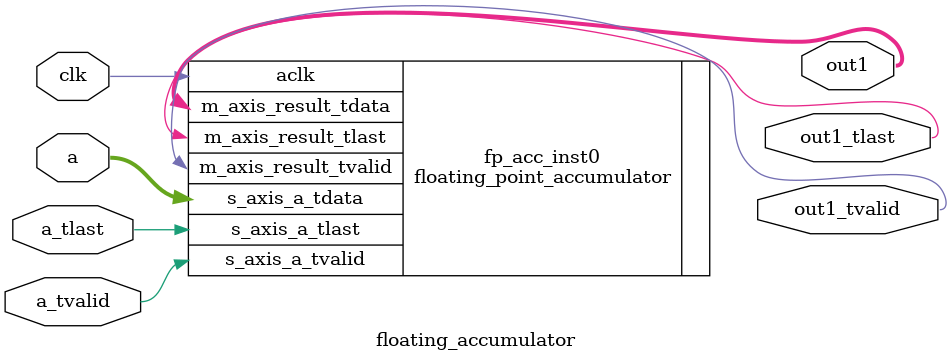
<source format=sv>
`timescale 1ns / 1ps


module floating_accumulator(
    input logic clk,
    input logic a_tvalid,
    input logic [63:0] a,
    input logic a_tlast,
    output logic out1_tvalid,
    output logic [63:0] out1,
    output logic out1_tlast

    );
    
floating_point_accumulator fp_acc_inst0 (
  .aclk(clk),                                  // input wire aclk
  .s_axis_a_tvalid(a_tvalid),            // input wire s_axis_a_tvalid
  .s_axis_a_tdata(a),              // input wire [63 : 0] s_axis_a_tdata
  .s_axis_a_tlast(a_tlast),              // input wire s_axis_a_tlast
  .m_axis_result_tvalid(out1_tvalid),  // output wire m_axis_result_tvalid
  .m_axis_result_tdata(out1),    // output wire [63 : 0] m_axis_result_tdata
  .m_axis_result_tlast(out1_tlast)    // output wire m_axis_result_tlast
);

endmodule

</source>
